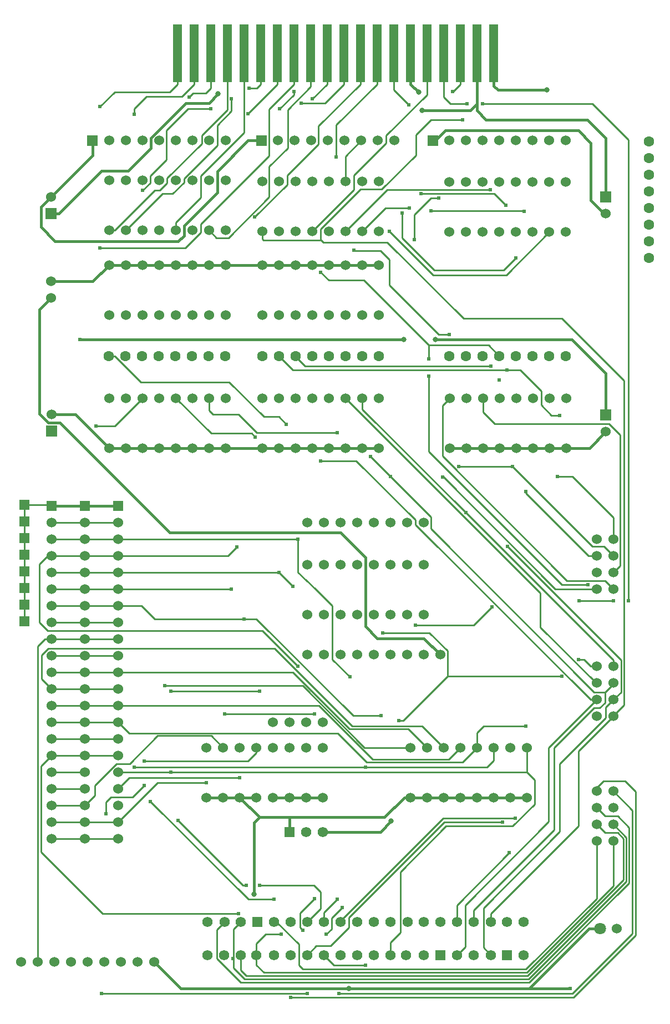
<source format=gbl>
G04 Layer: BottomLayer*
G04 EasyEDA v6.5.1, 2022-04-23 16:14:00*
G04 1ebaea4ae95649dd8011ffabadda3e85,10*
G04 Gerber Generator version 0.2*
G04 Scale: 100 percent, Rotated: No, Reflected: No *
G04 Dimensions in millimeters *
G04 leading zeros omitted , absolute positions ,4 integer and 5 decimal *
%FSLAX45Y45*%
%MOMM*%

%ADD11C,0.2500*%
%ADD12C,0.4000*%
%ADD13C,0.6100*%
%ADD14C,0.8000*%
%ADD15R,1.3970X8.8900*%
%ADD16C,1.6000*%
%ADD17R,1.6000X1.6000*%
%ADD19C,1.5240*%
%ADD20R,1.8000X1.8000*%
%ADD21C,1.5750*%
%ADD22R,1.5750X1.5750*%
%ADD23C,1.8000*%
%ADD24R,1.5748X1.5748*%
%ADD25C,1.5748*%

%LPD*%
D11*
X8254994Y-3187700D02*
G01*
X7601813Y-3840888D01*
X6482486Y-3840888D01*
X5816600Y-3175002D01*
X6734403Y-5721299D02*
G01*
X6623634Y-5832068D01*
X6623634Y-6607378D01*
X8525255Y-8509000D01*
X9105900Y-8509000D01*
X9232900Y-8636000D01*
D12*
X9118600Y-2933778D02*
G01*
X8890000Y-2705178D01*
X8890000Y-1828878D01*
X8699500Y-1638378D01*
X6667500Y-1638378D01*
X6515100Y-1790778D01*
X6477000Y-1790778D01*
X9118612Y-2679702D02*
G01*
X9115297Y-1749122D01*
X8839454Y-1473278D01*
X7289800Y-1473278D01*
X7150100Y-1333578D01*
X7150100Y-457278D01*
D11*
X8978900Y-10325102D02*
G01*
X8246115Y-11057887D01*
X8246115Y-12188266D01*
X6972294Y-13462081D01*
X6972294Y-14097081D01*
X6845294Y-14224081D01*
X7405877Y-11055174D02*
G01*
X7405877Y-11250500D01*
X7302500Y-11353878D01*
X5448300Y-11353878D01*
X3301994Y-13716081D02*
G01*
X3179831Y-13838250D01*
X3179831Y-14274116D01*
X3548888Y-14643181D01*
X7950194Y-14643181D01*
X9472929Y-13120451D01*
X9472929Y-12275393D01*
X9300463Y-12103181D01*
X9105978Y-12103181D01*
X8978900Y-11976102D01*
X2755900Y-1130378D02*
G01*
X2819400Y-1066878D01*
X3009821Y-1066878D01*
X3086100Y-990600D01*
X3086100Y-457278D01*
X5816600Y-3695778D02*
G01*
X5816600Y-3606624D01*
X5677661Y-3467940D01*
X5270500Y-3467940D01*
X6731000Y-4747592D02*
G01*
X6563868Y-4747592D01*
X5816600Y-4000578D01*
X5816600Y-3695778D01*
X4140200Y-1308102D02*
G01*
X4356094Y-1092207D01*
X4356094Y-1041400D01*
X3058921Y-3162378D02*
G01*
X3171697Y-3275154D01*
X3356102Y-3275154D01*
X3979925Y-2651330D01*
X3979925Y-2186764D01*
X4261865Y-1904570D01*
X4261865Y-1317830D01*
X4610100Y-969850D01*
X4610100Y-929210D01*
X1397000Y-3429078D02*
G01*
X2698750Y-3429078D01*
X2931921Y-3195906D01*
X2931921Y-3065604D01*
X3975100Y-2022426D01*
X3975100Y-1310210D01*
X4356100Y-929210D01*
X6197600Y-3302078D02*
G01*
X6197600Y-2921078D01*
X6451600Y-2667078D01*
X6565900Y-2667078D01*
X6007100Y-2895600D02*
G01*
X6007100Y-3276600D01*
X6502400Y-3771900D01*
X7556500Y-3771900D01*
X7747000Y-3581400D01*
X4378965Y-5079926D02*
G01*
X4531441Y-5232402D01*
X7366000Y-5232402D01*
X9232900Y-10566478D02*
G01*
X9394189Y-10405188D01*
X9394189Y-5457014D01*
X8445754Y-4508578D01*
X6946900Y-4508578D01*
X5784088Y-3345766D01*
X4809743Y-3345766D01*
X4764277Y-3300300D01*
X4764331Y-3313026D02*
G01*
X4764331Y-3145942D01*
X5374289Y-2535986D01*
X5698947Y-2535986D01*
X6222994Y-2011934D01*
X6222994Y-1701800D01*
X6451592Y-1473202D01*
X6934200Y-1473202D01*
X6870700Y-6769102D02*
G01*
X6870702Y-6769100D01*
X7696194Y-6769100D01*
X8913957Y-7986854D01*
X9091681Y-7986854D01*
X9232894Y-8128081D01*
X6413500Y-4927678D02*
G01*
X6413500Y-5122075D01*
X6413500Y-5385600D02*
G01*
X6413500Y-6540578D01*
X8445500Y-8572578D01*
X8842247Y-8572578D01*
X4764277Y-3799156D02*
G01*
X4889500Y-3924378D01*
X5422900Y-3924378D01*
X6413500Y-4914978D01*
X7327900Y-4914978D01*
X7493000Y-5080078D01*
X7239000Y-1231978D02*
G01*
X8915400Y-1231978D01*
X9461500Y-1778078D01*
X9461500Y-8813878D01*
X1533397Y-5079824D02*
G01*
X1625600Y-5079824D01*
X2023871Y-5478096D01*
X3370579Y-5478096D01*
X3899661Y-6007178D01*
X4127245Y-6006924D01*
X4241800Y-6121478D01*
D12*
X1788998Y-3689400D02*
G01*
X1534998Y-3689400D01*
X1538406Y-6483299D02*
G01*
X1024107Y-5969002D01*
X660400Y-5969002D01*
X7242403Y-6483299D02*
G01*
X6988403Y-6483299D01*
X6988403Y-6483299D02*
G01*
X6734403Y-6483299D01*
D11*
X7617203Y-7988094D02*
G01*
X9349488Y-9720374D01*
X9349488Y-10208514D01*
X9232900Y-10325102D01*
D12*
X1168400Y-7366000D02*
G01*
X1676397Y-7366000D01*
X1676400Y-7366002D01*
X7950273Y-14732002D02*
G01*
X8572500Y-14732002D01*
D11*
X241300Y-7353300D02*
G01*
X241300Y-9131300D01*
X660400Y-7366078D02*
G01*
X647621Y-7353300D01*
X241300Y-7353300D01*
X660400Y-8128078D02*
G01*
X596900Y-8128078D01*
X469900Y-8255078D01*
X469900Y-9144078D01*
X596900Y-9271078D01*
X3873500Y-9271078D01*
X4419600Y-9817178D01*
X5529579Y-6617286D02*
G01*
X5831718Y-6919424D01*
X5831718Y-6919424D02*
G01*
X6444995Y-7532702D01*
X6444995Y-7715074D01*
X8939529Y-10209608D01*
X9107170Y-10209608D01*
X660400Y-11176078D02*
G01*
X495300Y-11341178D01*
X495300Y-12649278D01*
X1435354Y-13589332D01*
X3507486Y-13589332D01*
X1676400Y-10668002D02*
G01*
X1844065Y-10835667D01*
X5029677Y-10835667D01*
X5469204Y-11275187D01*
X6931913Y-11275187D01*
X7151806Y-11055299D01*
D12*
X4040301Y-11817301D02*
G01*
X4802301Y-11817301D01*
D11*
X2070100Y-11633200D02*
G01*
X1892300Y-11811000D01*
X1562100Y-11811000D01*
X1485900Y-11887200D01*
X1485900Y-12065000D01*
X3786301Y-11055301D02*
G01*
X3786301Y-11136198D01*
X3657600Y-11264900D01*
X2070100Y-11264900D01*
X1168400Y-12446000D02*
G01*
X1168405Y-12446002D01*
X1676400Y-12446002D01*
X660400Y-12446078D02*
G01*
X1168400Y-12446078D01*
D12*
X3532301Y-11817301D02*
G01*
X3786301Y-11817301D01*
X3532301Y-11817299D02*
G01*
X3278301Y-11817299D01*
D11*
X660400Y-9398081D02*
G01*
X558800Y-9398081D01*
X444500Y-9512381D01*
X444500Y-14325602D01*
X8978900Y-8636000D02*
G01*
X8347379Y-8636000D01*
X6641287Y-6929907D01*
X6625081Y-6929907D01*
X6299194Y-2603500D02*
G01*
X7416797Y-2603500D01*
X7594600Y-2781302D01*
X6845294Y-13716000D02*
G01*
X6845294Y-13462007D01*
X7645400Y-12661902D01*
X6210325Y-9189034D02*
G01*
X7101281Y-9189034D01*
X7382230Y-8908084D01*
X7874000Y-2870202D02*
G01*
X7867342Y-2863545D01*
X6451246Y-2863545D01*
X4051300Y-13373102D02*
G01*
X3661491Y-13373102D01*
X2165073Y-11876681D01*
X3543300Y-13716000D02*
G01*
X3434461Y-13824839D01*
X3434461Y-14274901D01*
X3429000Y-14274802D02*
G01*
X3434367Y-14274802D01*
X3434463Y-14274899D01*
X2046406Y-5721299D02*
G01*
X1620903Y-6146802D01*
X1333500Y-6146802D01*
X3086100Y-457200D02*
G01*
X3086100Y-929259D01*
X2554401Y-5721299D02*
G01*
X3092272Y-6259169D01*
X3710939Y-6259169D01*
X3768979Y-6317208D01*
X3594100Y-457200D02*
G01*
X3594100Y-929259D01*
X4851400Y-13906502D02*
G01*
X4931229Y-13826672D01*
X4931229Y-13661572D01*
X5092694Y-13500100D01*
X4610100Y-457200D02*
G01*
X4610100Y-929259D01*
X3848094Y-929259D02*
G01*
X3786751Y-990602D01*
X3670300Y-990602D01*
X3848100Y-457200D02*
G01*
X3848100Y-929259D01*
X7607300Y-5295902D02*
G01*
X7811366Y-5295902D01*
X8131431Y-5615967D01*
X8131431Y-5826404D01*
X8289498Y-5984466D01*
X8416188Y-5984466D01*
X4125795Y-5079926D02*
G01*
X4341771Y-5295902D01*
X7607300Y-5295902D01*
X4764328Y-3313023D02*
G01*
X3890416Y-3313023D01*
X3875277Y-3297885D01*
X3873500Y-3175002D02*
G01*
X3873500Y-3296102D01*
X3875280Y-3297882D01*
X6896100Y-457200D02*
G01*
X6896100Y-929259D01*
X6388100Y-457200D02*
G01*
X6388100Y-929259D01*
X8978900Y-10325102D02*
G01*
X8884663Y-10325102D01*
X6210294Y-7650734D01*
X6210294Y-7582532D01*
X5307962Y-6680200D01*
X4762494Y-6680200D01*
X9232900Y-10071102D02*
G01*
X9232900Y-10083807D01*
X9107048Y-10209659D01*
X5143500Y-3175002D02*
G01*
X5778502Y-2540000D01*
X7353294Y-2540000D01*
X5148605Y-5721299D02*
G01*
X8120255Y-8692944D01*
X8120255Y-9219082D01*
X8972275Y-10071102D01*
X8978900Y-10071102D01*
X5880094Y-929259D02*
G01*
X5880094Y-1015997D01*
X6108700Y-1244602D01*
X5880100Y-457200D02*
G01*
X5880100Y-929259D01*
X5397500Y-3175002D02*
G01*
X5753102Y-2819400D01*
X6121394Y-2819400D01*
X5402605Y-5721299D02*
G01*
X5402605Y-5890107D01*
X6980859Y-7468362D01*
X9232900Y-9817102D02*
G01*
X9232900Y-9720397D01*
X6980864Y-7468362D01*
X6700398Y-9969705D02*
G01*
X6027501Y-10642602D01*
X5956300Y-10642602D01*
X5714238Y-9302496D02*
G01*
X6422542Y-9302496D01*
X6700393Y-9580346D01*
X6700393Y-9969703D01*
X6700393Y-9969703D02*
G01*
X8444280Y-9969703D01*
X8978900Y-9817102D02*
G01*
X8887838Y-9817102D01*
X8887835Y-9817100D01*
X8700490Y-9713493D02*
G01*
X8784234Y-9713493D01*
X8887840Y-9817100D01*
X5626100Y-457200D02*
G01*
X5626100Y-929259D01*
X5003800Y-2044702D02*
G01*
X5003794Y-2044697D01*
X5003794Y-1551559D01*
X5626094Y-929259D01*
X5143500Y-2413002D02*
G01*
X5143500Y-2031994D01*
X5384794Y-1790700D01*
X7150100Y-457200D02*
G01*
X7150100Y-929259D01*
D12*
X6389801Y-11817299D02*
G01*
X6135801Y-11817299D01*
X3278301Y-11817299D02*
G01*
X3024301Y-11817299D01*
X6643801Y-11817299D02*
G01*
X6389801Y-11817299D01*
X6897801Y-11817299D02*
G01*
X6643801Y-11817299D01*
X7151801Y-11817299D02*
G01*
X6897801Y-11817299D01*
X7405801Y-11817299D02*
G01*
X7151801Y-11817299D01*
X7659801Y-11817299D02*
G01*
X7405801Y-11817299D01*
D11*
X3759194Y-11430000D02*
G01*
X1676402Y-11430000D01*
X1676400Y-11430002D01*
X7913806Y-11430000D02*
G01*
X3759200Y-11430000D01*
X3759200Y-11430002D01*
X5372100Y-457200D02*
G01*
X5372100Y-929259D01*
X3759200Y-2959102D02*
G01*
X3760396Y-2959102D01*
X4256255Y-2463241D01*
X4256255Y-2324199D01*
X4730495Y-1849958D01*
X4730495Y-1570863D01*
X5372094Y-929259D01*
X7913801Y-11055299D02*
G01*
X7913801Y-11430000D01*
X1168400Y-11430002D02*
G01*
X660400Y-11430002D01*
X660400Y-11430000D01*
X4102100Y-929259D02*
G01*
X3653764Y-1377594D01*
X4102100Y-457200D02*
G01*
X4102100Y-929259D01*
X660400Y-11176000D02*
G01*
X1168400Y-11176000D01*
X1168400Y-11176002D01*
X1168400Y-11176000D02*
G01*
X1676397Y-11176000D01*
X1676400Y-11176002D01*
X1168400Y-9906000D02*
G01*
X1676397Y-9906000D01*
X1676400Y-9906002D01*
X660400Y-9906000D02*
G01*
X1168400Y-9906000D01*
X1168400Y-9906002D01*
X6135806Y-11055299D02*
G01*
X5436240Y-11055299D01*
X4490143Y-10109202D01*
X2387600Y-10109202D01*
X1168400Y-9652000D02*
G01*
X1676397Y-9652000D01*
X1676400Y-9652002D01*
X660400Y-9652000D02*
G01*
X1168400Y-9652000D01*
X1168400Y-9652002D01*
X4356100Y-457200D02*
G01*
X4356100Y-929259D01*
X1168400Y-10922000D02*
G01*
X1676397Y-10922000D01*
X1676400Y-10922002D01*
X660400Y-10922000D02*
G01*
X1168400Y-10922000D01*
X1168400Y-10922002D01*
X1168400Y-10668000D02*
G01*
X1676397Y-10668000D01*
X1676400Y-10668002D01*
X660400Y-10668000D02*
G01*
X1168400Y-10668000D01*
X1168400Y-10668002D01*
X6643801Y-11055299D02*
G01*
X6317106Y-10728604D01*
X5247360Y-10728604D01*
X4061079Y-9542322D01*
X608482Y-9542322D01*
X506399Y-9644405D01*
X506399Y-10005999D01*
X660400Y-10160000D01*
X2578094Y-929259D02*
G01*
X2460658Y-1046708D01*
X1620293Y-1046708D01*
X1397000Y-1270002D01*
X2578100Y-457200D02*
G01*
X2578100Y-929259D01*
X1168400Y-10160000D02*
G01*
X1676397Y-10160000D01*
X1676400Y-10160002D01*
X660400Y-10160000D02*
G01*
X1168400Y-10160000D01*
X1168400Y-10160002D01*
X2832100Y-457200D02*
G01*
X2832100Y-929259D01*
X1168400Y-10414000D02*
G01*
X1676397Y-10414000D01*
X1676400Y-10414002D01*
X660400Y-10414000D02*
G01*
X1168400Y-10414000D01*
X1168400Y-10414002D01*
X3278377Y-11055174D02*
G01*
X3099054Y-10875850D01*
X2275077Y-10875850D01*
X1847850Y-11303078D01*
X1651000Y-11303078D01*
X1318513Y-11635564D01*
X1318513Y-11787964D01*
X1168400Y-11938078D01*
X1168400Y-11938002D02*
G01*
X660400Y-11938002D01*
X660400Y-11938000D01*
X3022594Y-11595100D02*
G01*
X2273302Y-11595100D01*
X1676400Y-12192002D01*
X660400Y-12192000D02*
G01*
X1168400Y-12192000D01*
X1168400Y-12192002D01*
X1168400Y-12192000D02*
G01*
X1676397Y-12192000D01*
X1676400Y-12192002D01*
X1168400Y-11684002D02*
G01*
X660400Y-11684002D01*
X660400Y-11684000D01*
X5118100Y-457200D02*
G01*
X5118100Y-929259D01*
X5118094Y-929259D02*
G01*
X4828151Y-1219202D01*
X4470400Y-1219202D01*
X1168400Y-8890000D02*
G01*
X1676397Y-8890000D01*
X1676400Y-8890002D01*
X660400Y-8890000D02*
G01*
X1168400Y-8890000D01*
X1168400Y-8890002D01*
X4864100Y-457200D02*
G01*
X4864100Y-929259D01*
X1168400Y-7874000D02*
G01*
X1676397Y-7874000D01*
X1676400Y-7874002D01*
X660400Y-7874000D02*
G01*
X1168400Y-7874000D01*
X1168400Y-7874002D01*
X1676400Y-8382002D02*
G01*
X4127492Y-8382002D01*
X4127494Y-8382000D01*
X1168400Y-8382000D02*
G01*
X1676397Y-8382000D01*
X1676400Y-8382002D01*
X5016500Y-13373102D02*
G01*
X4813294Y-13576307D01*
X4813294Y-13716000D01*
X660400Y-8382000D02*
G01*
X1168400Y-8382000D01*
X1168400Y-8382002D01*
X1676400Y-8636002D02*
G01*
X3403592Y-8636002D01*
X3403594Y-8636000D01*
X1168400Y-8636000D02*
G01*
X1676397Y-8636000D01*
X1676400Y-8636002D01*
X660400Y-8636000D02*
G01*
X1168400Y-8636000D01*
X1168400Y-8636002D01*
X1676400Y-8128002D02*
G01*
X3353274Y-8128002D01*
X3484397Y-7996882D01*
X1168400Y-8128000D02*
G01*
X1676397Y-8128000D01*
X1676400Y-8128002D01*
X660400Y-8128000D02*
G01*
X1168400Y-8128000D01*
X1168400Y-8128002D01*
X1168400Y-7620000D02*
G01*
X1676397Y-7620000D01*
X1676400Y-7620002D01*
X660400Y-7620000D02*
G01*
X1168400Y-7620000D01*
X1168400Y-7620002D01*
D12*
X3312998Y-3689400D02*
G01*
X3317951Y-3694353D01*
X3870248Y-3694353D01*
X3875201Y-3689400D01*
X5399201Y-3689400D02*
G01*
X5653201Y-3689400D01*
X5145201Y-3689400D02*
G01*
X5399201Y-3689400D01*
X4891201Y-3689400D02*
G01*
X5145201Y-3689400D01*
X4383201Y-3689400D02*
G01*
X4637201Y-3689400D01*
X4129201Y-3689400D02*
G01*
X4383201Y-3689400D01*
X3875201Y-3689400D02*
G01*
X4129201Y-3689400D01*
X3058998Y-3689400D02*
G01*
X3312998Y-3689400D01*
X2804998Y-3689400D02*
G01*
X3058998Y-3689400D01*
X2550998Y-3689400D02*
G01*
X2804998Y-3689400D01*
X2296998Y-3689400D02*
G01*
X2550998Y-3689400D01*
X2042998Y-3689400D02*
G01*
X2296998Y-3689400D01*
X1788998Y-3689400D02*
G01*
X2042998Y-3689400D01*
X1792401Y-6483299D02*
G01*
X1538401Y-6483299D01*
X4132605Y-6483299D02*
G01*
X3878605Y-6483299D01*
X4386605Y-6483299D02*
G01*
X4132605Y-6483299D01*
X4640605Y-6483299D02*
G01*
X4386605Y-6483299D01*
X4894605Y-6483299D02*
G01*
X4640605Y-6483299D01*
X5148605Y-6483299D02*
G01*
X4894605Y-6483299D01*
X5402605Y-6483299D02*
G01*
X5148605Y-6483299D01*
X5656605Y-6483299D02*
G01*
X5402605Y-6483299D01*
X3316401Y-6483299D02*
G01*
X3878605Y-6483299D01*
X3062401Y-6483299D02*
G01*
X3316401Y-6483299D01*
X2046401Y-6483299D02*
G01*
X1792401Y-6483299D01*
X2300401Y-6483299D02*
G01*
X2046401Y-6483299D01*
X2554401Y-6483299D02*
G01*
X2300401Y-6483299D01*
X2808401Y-6483299D02*
G01*
X2554401Y-6483299D01*
X3062401Y-6483299D02*
G01*
X2808401Y-6483299D01*
X8512403Y-6483299D02*
G01*
X8867597Y-6483299D01*
X9115196Y-6235700D01*
X8258403Y-6483299D02*
G01*
X8512403Y-6483299D01*
X7496403Y-6483299D02*
G01*
X7242403Y-6483299D01*
X7750403Y-6483299D02*
G01*
X7496403Y-6483299D01*
X8004403Y-6483299D02*
G01*
X7750403Y-6483299D01*
X8258403Y-6483299D02*
G01*
X8004403Y-6483299D01*
D11*
X1168400Y-9144000D02*
G01*
X1676397Y-9144000D01*
X1676400Y-9144002D01*
X660400Y-9144000D02*
G01*
X1168400Y-9144000D01*
X1168400Y-9144002D01*
X1168400Y-9398000D02*
G01*
X1676397Y-9398000D01*
X1676400Y-9398002D01*
X660400Y-9398000D02*
G01*
X1168400Y-9398000D01*
X1168400Y-9398002D01*
X1676400Y-11684002D02*
G01*
X1841502Y-11518900D01*
X3530594Y-11518900D01*
X2590800Y-12166602D02*
G01*
X3581397Y-13157200D01*
X3632194Y-13157200D01*
X4559294Y-13716000D02*
G01*
X4762494Y-13512800D01*
X4762494Y-13258800D01*
X4660897Y-13157202D01*
X3835400Y-13157202D01*
X9232900Y-11722102D02*
G01*
X9522736Y-12011939D01*
X9522736Y-13896063D01*
X8610594Y-14808200D01*
X5041894Y-14808200D01*
X8978900Y-12484102D02*
G01*
X8978900Y-13360476D01*
X7899394Y-14439981D01*
X4495794Y-14439981D01*
X4432294Y-14376481D01*
X4432294Y-14058981D01*
X4089394Y-13716081D01*
X4051294Y-13716081D01*
X4165600Y-13906502D02*
G01*
X3924292Y-13906502D01*
X3784594Y-14046200D01*
X3784594Y-14224000D01*
X4559294Y-14808200D02*
G01*
X1422402Y-14808200D01*
X1422400Y-14808202D01*
X4813294Y-14224081D02*
G01*
X4965616Y-14376402D01*
X5448300Y-14376402D01*
X7543800Y-12192002D02*
G01*
X6654873Y-12192002D01*
X5194294Y-13652581D01*
X5194294Y-13804981D01*
X4914894Y-14084381D01*
X4698994Y-14084381D01*
X4559294Y-14224081D01*
X5067300Y-13716078D02*
G01*
X5067300Y-13703378D01*
X6636765Y-12133912D01*
X7735061Y-12133912D01*
X7913877Y-11430078D02*
G01*
X8029702Y-11545902D01*
X8029702Y-11923092D01*
X7697215Y-12255578D01*
X6680200Y-12255578D01*
X5981700Y-12954078D01*
X5981700Y-13881178D01*
X5829300Y-14033578D01*
X5829300Y-14224078D01*
X6896094Y-929259D02*
G01*
X6783951Y-1041402D01*
X6781800Y-1041402D01*
X6642094Y-457200D02*
G01*
X6642094Y-1130300D01*
X6743697Y-1231902D01*
X6997700Y-1231902D01*
X7151801Y-11055299D02*
G01*
X7150100Y-11053597D01*
X7150100Y-10833100D01*
X7251700Y-10731500D01*
X7901028Y-10731500D01*
X3835400Y-10198102D02*
G01*
X2476497Y-10198102D01*
X2476494Y-10198100D01*
X8978900Y-11722102D02*
G01*
X8978900Y-11671294D01*
X9080494Y-11569700D01*
X9410694Y-11569700D01*
X9571987Y-11730992D01*
X9571987Y-13923088D01*
X8623368Y-14871700D01*
X4305294Y-14871700D01*
X1534159Y-3162376D02*
G01*
X1534921Y-3162378D01*
X1534921Y-3162378D02*
G01*
X1627123Y-3162378D01*
X2236723Y-2552778D01*
X2311400Y-2552778D01*
X2423159Y-2441018D01*
X2423159Y-2362786D01*
X2948939Y-1837006D01*
X2948939Y-1714070D01*
X3340100Y-1323672D01*
X3340100Y-457278D01*
X2044694Y-2552700D02*
G01*
X2169165Y-2435174D01*
X2169165Y-2325700D01*
X2412994Y-2081862D01*
X2412994Y-1638305D01*
X2743197Y-1308102D01*
X3086100Y-1308102D01*
X9232894Y-7874081D02*
G01*
X9232894Y-7543881D01*
X8610516Y-6921502D01*
X8382000Y-6921502D01*
X8978894Y-8128000D02*
G01*
X8851894Y-8128000D01*
X7899400Y-7175505D01*
X7899400Y-7150102D01*
X4635500Y-1155702D02*
G01*
X4861943Y-929259D01*
X4864094Y-929259D01*
X1788921Y-3162373D02*
G01*
X2348491Y-2602811D01*
X2505021Y-2602811D01*
X2677921Y-2429916D01*
X2677921Y-2368958D01*
X3187694Y-1859178D01*
X3187694Y-1557479D01*
X3403600Y-1341574D01*
X3403600Y-1155702D01*
D12*
X7404094Y-929208D02*
G01*
X7404839Y-954659D01*
X7470000Y-1016081D01*
X8216821Y-1016081D01*
X8216900Y-1016002D01*
X5194294Y-14732000D02*
G01*
X2628897Y-14732000D01*
X2222500Y-14325602D01*
X9029694Y-13817600D02*
G01*
X8864594Y-13817681D01*
X7950273Y-14732002D01*
X5194300Y-14732002D01*
X4800600Y-12344402D02*
G01*
X5676892Y-12344402D01*
X5841994Y-12179300D01*
X6591300Y-9639378D02*
G01*
X6338823Y-9386902D01*
X5627623Y-9386902D01*
X5448300Y-9207578D01*
X5448300Y-8153478D01*
X5067300Y-7772478D01*
X2463291Y-7772478D01*
X786892Y-6096078D01*
X607821Y-6096078D01*
X469900Y-5958156D01*
X469900Y-4368878D01*
X647700Y-4191078D01*
X7913801Y-11817299D02*
G01*
X7659801Y-11817299D01*
X4059427Y-12115370D02*
G01*
X5740907Y-12115370D01*
X6038850Y-11817174D01*
X6135877Y-11817174D01*
X4292600Y-12344402D02*
G01*
X4292600Y-12128060D01*
X4305294Y-12115365D01*
X3532301Y-11817299D02*
G01*
X3830370Y-12115368D01*
X4059402Y-12115368D01*
X3830373Y-12115365D02*
G01*
X3746500Y-12199239D01*
X3746500Y-13296902D01*
X660400Y-7366000D02*
G01*
X1168400Y-7366000D01*
X1168400Y-7366002D01*
X765251Y-2901899D02*
G01*
X647700Y-2901899D01*
X765301Y-2901774D02*
G01*
X1418081Y-2248994D01*
X1827784Y-2248994D01*
X2171700Y-1905078D01*
X2171700Y-1752678D01*
X2705100Y-1219278D01*
X3060700Y-1219278D01*
X3200400Y-1079578D01*
X1282700Y-1790700D02*
G01*
X1282700Y-2012899D01*
X647700Y-2647899D01*
D11*
X3594100Y-929210D02*
G01*
X3594100Y-1665556D01*
X2931921Y-2327734D01*
X2931921Y-2656156D01*
X2550921Y-3037156D01*
X2550921Y-3162378D01*
D12*
X647700Y-2647774D02*
G01*
X495300Y-2800174D01*
X495300Y-3111578D01*
X711200Y-3327478D01*
X2590800Y-3327478D01*
X2677921Y-3240356D01*
X2677921Y-3087956D01*
X3185921Y-2579956D01*
X3185921Y-2262456D01*
X3657600Y-1790778D01*
X3753104Y-1790778D01*
X3860800Y-1790700D02*
G01*
X3753230Y-1790700D01*
X1092200Y-4826000D02*
G01*
X6032500Y-4826000D01*
X6515100Y-4826002D02*
G01*
X8598077Y-4826002D01*
X9115295Y-5343220D01*
X9115295Y-5981781D01*
X6311900Y-1333578D02*
G01*
X7048500Y-1333578D01*
X7150100Y-1231978D01*
X7150100Y-457278D01*
X7404100Y-457200D02*
G01*
X7404100Y-929259D01*
X6261100Y-1054102D02*
G01*
X6136256Y-929259D01*
X6134094Y-929259D01*
X6134100Y-457200D02*
G01*
X6134100Y-929259D01*
D11*
X4635500Y-3175002D02*
G01*
X5272280Y-2538222D01*
X5272280Y-2322908D01*
X5765794Y-1829389D01*
X5765794Y-1714581D01*
X6388094Y-1092281D01*
X6388094Y-929208D01*
X2832100Y-929210D02*
G01*
X2643631Y-1117678D01*
X2108200Y-1117678D01*
X1919477Y-1306400D01*
X1919477Y-1385140D01*
X7242302Y-5721174D02*
G01*
X7242302Y-5934280D01*
X7424420Y-6116144D01*
X9166605Y-6116144D01*
X9336786Y-6286324D01*
X9336786Y-8278192D01*
X9232900Y-8382078D01*
D12*
X647700Y-3937000D02*
G01*
X1287398Y-3937000D01*
X1534998Y-3689400D01*
X4637201Y-3689400D02*
G01*
X4891201Y-3689400D01*
D11*
X5686297Y-10569526D02*
G01*
X5261102Y-10569526D01*
X3784600Y-9093278D01*
X3594100Y-9093278D01*
X3594094Y-9093281D02*
G01*
X2235194Y-9093281D01*
X2031916Y-8890002D01*
X1676400Y-8890002D01*
X5448294Y-11353800D02*
G01*
X1917700Y-11353800D01*
X1917700Y-11353802D01*
X8712200Y-8813800D02*
G01*
X9232900Y-8813800D01*
X9232900Y-10579102D02*
G01*
X8704331Y-11107671D01*
X8704331Y-12250750D01*
X7365994Y-13589081D01*
X7365994Y-13716081D01*
X9107170Y-10209608D02*
G01*
X9107170Y-10369628D01*
X9024620Y-10452178D01*
X8940800Y-10452178D01*
X8331200Y-11061778D01*
X8331200Y-12310442D01*
X7099300Y-13542342D01*
X7099300Y-13716078D01*
X7365994Y-14224081D02*
G01*
X7249413Y-14107238D01*
X7249413Y-13502462D01*
X8414252Y-12337366D01*
X8414252Y-11307142D01*
X9118594Y-10602800D01*
X9118594Y-10439407D01*
X9232900Y-10325102D01*
X4343394Y-8597900D02*
G01*
X4127500Y-8382005D01*
X4127500Y-8382002D01*
X6389806Y-11055299D02*
G01*
X6103261Y-10768761D01*
X5206486Y-10768761D01*
X4343725Y-9906002D01*
X1676400Y-9906002D01*
X3862781Y-7874000D02*
G01*
X4419600Y-7874000D01*
X3862829Y-7874081D02*
G01*
X3862750Y-7874002D01*
X1676400Y-7874002D01*
X4419600Y-7874078D02*
G01*
X4419600Y-8382000D01*
X5209793Y-9977960D02*
G01*
X4940300Y-9708466D01*
X4940300Y-8890078D01*
X4680204Y-8629982D01*
X4419600Y-8382078D01*
X6897880Y-11055177D02*
G01*
X6718802Y-11234247D01*
X5558279Y-11234247D01*
X4738110Y-10414081D01*
X1676400Y-10414081D01*
X1676400Y-10414002D01*
X4493361Y-13843000D02*
G01*
X4451908Y-13801547D01*
X4451908Y-13580110D01*
X4673320Y-13358698D01*
X3302000Y-10541002D02*
G01*
X4673594Y-10541002D01*
X4673594Y-10541000D01*
X3062406Y-5721299D02*
G01*
X3062406Y-5907204D01*
X3124207Y-5969000D01*
X3507315Y-5969000D01*
X3786718Y-6248402D01*
X5016500Y-6248402D01*
X3434588Y-14274881D02*
G01*
X3434588Y-14419912D01*
X3606794Y-14592381D01*
X7937494Y-14592381D01*
X9432287Y-13097334D01*
X9432287Y-12429490D01*
X9232900Y-12230102D01*
X3543294Y-14224081D02*
G01*
X3543294Y-14452681D01*
X3632194Y-14541581D01*
X7924545Y-14541581D01*
X9389623Y-13076504D01*
X9389623Y-12446843D01*
X9299953Y-12357181D01*
X9105978Y-12357181D01*
X8978900Y-12230102D01*
X3784594Y-14224081D02*
G01*
X3784594Y-14376481D01*
X3898894Y-14490781D01*
X7912094Y-14490781D01*
X9232900Y-13169976D01*
X9232900Y-12484102D01*
D15*
G01*
X7404100Y-457278D03*
G01*
X7150100Y-457278D03*
G01*
X6896100Y-457278D03*
G01*
X6642100Y-457278D03*
G01*
X6388100Y-457278D03*
G01*
X6134100Y-457278D03*
G01*
X5880100Y-457278D03*
G01*
X5626100Y-457278D03*
G01*
X5372100Y-457278D03*
G01*
X5118100Y-457278D03*
G01*
X4864100Y-457278D03*
G01*
X4610100Y-457278D03*
G01*
X4356100Y-457278D03*
G01*
X4102100Y-457278D03*
G01*
X3848100Y-457278D03*
G01*
X3594100Y-457278D03*
G01*
X3340100Y-457278D03*
G01*
X3086100Y-457278D03*
G01*
X2832100Y-457278D03*
G01*
X2578100Y-457278D03*
D16*
G01*
X9779000Y-3581400D03*
G01*
X9779000Y-3327400D03*
G01*
X9779000Y-3073400D03*
G01*
X9779000Y-2819400D03*
G01*
X9779000Y-2565400D03*
G01*
X9779000Y-2311400D03*
G01*
X9779000Y-2057400D03*
G01*
X9779000Y-1803400D03*
D17*
G01*
X241300Y-9131300D03*
G01*
X241300Y-8877300D03*
G01*
X241300Y-8623300D03*
G01*
X241300Y-8369300D03*
G01*
X241300Y-8115300D03*
G01*
X241300Y-7861300D03*
G01*
X241300Y-7607300D03*
G01*
X241300Y-7353300D03*
G36*
X1092200Y-7289800D02*
G01*
X1244600Y-7289800D01*
X1244600Y-7442200D01*
X1092200Y-7442200D01*
G37*
D19*
G01*
X1168400Y-7620000D03*
G01*
X1168400Y-7874000D03*
G01*
X1168400Y-8128000D03*
G01*
X1168400Y-8382000D03*
G01*
X1168400Y-8636000D03*
G01*
X1168400Y-8890000D03*
G01*
X1168400Y-9144000D03*
G01*
X1168400Y-9398000D03*
G01*
X1168400Y-9652000D03*
G01*
X1168400Y-9906000D03*
G01*
X1168400Y-10160000D03*
G01*
X1168400Y-10414000D03*
G01*
X1168400Y-10668000D03*
G01*
X1168400Y-10922000D03*
G01*
X1168400Y-11176000D03*
G01*
X1168400Y-11430000D03*
G01*
X1168400Y-11684000D03*
G01*
X1168400Y-11938000D03*
G01*
X1168400Y-12192000D03*
G01*
X1168400Y-12446000D03*
G36*
X584200Y-7289878D02*
G01*
X736600Y-7289878D01*
X736600Y-7442278D01*
X584200Y-7442278D01*
G37*
G01*
X660400Y-7620078D03*
G01*
X660400Y-7874078D03*
G01*
X660400Y-8128078D03*
G01*
X660400Y-8382078D03*
G01*
X660400Y-8636078D03*
G01*
X660400Y-8890078D03*
G01*
X660400Y-9144078D03*
G01*
X660400Y-9398078D03*
G01*
X660400Y-9652078D03*
G01*
X660400Y-9906078D03*
G01*
X660400Y-10160078D03*
G01*
X660400Y-10414078D03*
G01*
X660400Y-10668078D03*
G01*
X660400Y-10922078D03*
G01*
X660400Y-11176078D03*
G01*
X660400Y-11430078D03*
G01*
X660400Y-11684078D03*
G01*
X660400Y-11938078D03*
G01*
X660400Y-12192078D03*
G01*
X660400Y-12446078D03*
G36*
X1600200Y-7289800D02*
G01*
X1752600Y-7289800D01*
X1752600Y-7442200D01*
X1600200Y-7442200D01*
G37*
G01*
X1676400Y-7620000D03*
G01*
X1676400Y-7874000D03*
G01*
X1676400Y-8128000D03*
G01*
X1676400Y-8382000D03*
G01*
X1676400Y-8636000D03*
G01*
X1676400Y-8890000D03*
G01*
X1676400Y-9144000D03*
G01*
X1676400Y-9398000D03*
G01*
X1676400Y-9652000D03*
G01*
X1676400Y-9906000D03*
G01*
X1676400Y-10160000D03*
G01*
X1676400Y-10414000D03*
G01*
X1676400Y-10668000D03*
G01*
X1676400Y-10922000D03*
G01*
X1676400Y-11176000D03*
G01*
X1676400Y-11430000D03*
G01*
X1676400Y-11684000D03*
G01*
X1676400Y-11938000D03*
G01*
X1676400Y-12192000D03*
G01*
X1676400Y-12446000D03*
G01*
X2222500Y-14325600D03*
G01*
X1968500Y-14325600D03*
G01*
X1714500Y-14325600D03*
G01*
X1460500Y-14325600D03*
G01*
X1206500Y-14325600D03*
G01*
X952500Y-14325600D03*
G01*
X698500Y-14325600D03*
G01*
X444500Y-14325600D03*
G01*
X190500Y-14325600D03*
G01*
X4038600Y-10668078D03*
G01*
X4292600Y-10668078D03*
G01*
X4546600Y-10668078D03*
G01*
X4800600Y-10668078D03*
G01*
X6985000Y-3187700D03*
G01*
X6731000Y-3187700D03*
G01*
X7239000Y-3187700D03*
G01*
X7493000Y-3187700D03*
G01*
X8509000Y-2425700D03*
G01*
X8255000Y-2425700D03*
G01*
X7747000Y-3187700D03*
G01*
X8001000Y-3187700D03*
G01*
X8255000Y-3187700D03*
G01*
X8509000Y-3187700D03*
G01*
X8001000Y-2425700D03*
G01*
X7747000Y-2425700D03*
G01*
X7493000Y-2425700D03*
G01*
X7239000Y-2425700D03*
G01*
X6985000Y-2425700D03*
G01*
X6731000Y-2425700D03*
G01*
X1788921Y-3162378D03*
G01*
X1534921Y-3162378D03*
G01*
X2042921Y-3162378D03*
G01*
X2296921Y-3162378D03*
G01*
X3312921Y-2400378D03*
G01*
X3058921Y-2400378D03*
G01*
X2550921Y-3162378D03*
G01*
X2804921Y-3162378D03*
G01*
X3058921Y-3162378D03*
G01*
X3312921Y-3162378D03*
G01*
X2804921Y-2400378D03*
G01*
X2550921Y-2400378D03*
G01*
X2296921Y-2400378D03*
G01*
X2042921Y-2400378D03*
G01*
X1788921Y-2400378D03*
G01*
X1534921Y-2400378D03*
G01*
X4127500Y-3175000D03*
G01*
X3873500Y-3175000D03*
G01*
X4381500Y-3175000D03*
G01*
X4635500Y-3175000D03*
G01*
X5651500Y-2413000D03*
G01*
X5397500Y-2413000D03*
G01*
X4889500Y-3175000D03*
G01*
X5143500Y-3175000D03*
G01*
X5397500Y-3175000D03*
G01*
X5651500Y-3175000D03*
G01*
X5143500Y-2413000D03*
G01*
X4889500Y-2413000D03*
G01*
X4635500Y-2413000D03*
G01*
X4381500Y-2413000D03*
G01*
X4127500Y-2413000D03*
G01*
X3873500Y-2413000D03*
G01*
X4813300Y-9029702D03*
G01*
X4559300Y-9029702D03*
G01*
X5067300Y-9029702D03*
G01*
X5321300Y-9029702D03*
G01*
X6337300Y-8267702D03*
G01*
X6083300Y-8267702D03*
G01*
X5575300Y-9029702D03*
G01*
X5829300Y-9029702D03*
G01*
X6083300Y-9029702D03*
G01*
X6337300Y-9029702D03*
G01*
X5829300Y-8267702D03*
G01*
X5575300Y-8267702D03*
G01*
X5321300Y-8267702D03*
G01*
X5067300Y-8267702D03*
G01*
X4813300Y-8267702D03*
G01*
X4559300Y-8267702D03*
G01*
X9118612Y-2901901D03*
D20*
G01*
X9118612Y-2647901D03*
D19*
G01*
X647700Y-2647901D03*
D20*
G01*
X647700Y-2901901D03*
D19*
G01*
X6591300Y-9639302D03*
G01*
X6337300Y-9639302D03*
G01*
X6083300Y-9639302D03*
G01*
X5829300Y-9639302D03*
G01*
X5575300Y-9639302D03*
G01*
X5321300Y-9639302D03*
G01*
X5067300Y-9639302D03*
G01*
X4813300Y-9639302D03*
G01*
X4559300Y-9639302D03*
G36*
X6397000Y-1710700D02*
G01*
X6556999Y-1710700D01*
X6556999Y-1870699D01*
X6397000Y-1870699D01*
G37*
G01*
X6731000Y-1790702D03*
G01*
X6985000Y-1790702D03*
G01*
X7239000Y-1790702D03*
G01*
X7493000Y-1790702D03*
G01*
X7747000Y-1790702D03*
G01*
X8001000Y-1790702D03*
G01*
X8255000Y-1790702D03*
G01*
X8509000Y-1790702D03*
G36*
X1202700Y-1710700D02*
G01*
X1362699Y-1710700D01*
X1362699Y-1870699D01*
X1202700Y-1870699D01*
G37*
G01*
X1536700Y-1790702D03*
G01*
X1790700Y-1790702D03*
G01*
X2044700Y-1790702D03*
G01*
X2298700Y-1790702D03*
G01*
X2552700Y-1790702D03*
G01*
X2806700Y-1790702D03*
G01*
X3060700Y-1790702D03*
G01*
X3314700Y-1790702D03*
G36*
X3780800Y-1710700D02*
G01*
X3940799Y-1710700D01*
X3940799Y-1870699D01*
X3780800Y-1870699D01*
G37*
G01*
X4114800Y-1790702D03*
G01*
X4368800Y-1790702D03*
G01*
X4622800Y-1790702D03*
G01*
X4876800Y-1790702D03*
G01*
X5130800Y-1790702D03*
G01*
X5384800Y-1790702D03*
G01*
X5638800Y-1790702D03*
G01*
X5892800Y-1790702D03*
G01*
X7913801Y-11055301D03*
G01*
X7659801Y-11055301D03*
G01*
X6389801Y-11055301D03*
G01*
X6135801Y-11055301D03*
G01*
X7405801Y-11055301D03*
G01*
X7151801Y-11055301D03*
G01*
X6643801Y-11055301D03*
G01*
X6897801Y-11055301D03*
G01*
X6135801Y-11817301D03*
G01*
X6389801Y-11817301D03*
G01*
X6643801Y-11817301D03*
G01*
X6897801Y-11817301D03*
G01*
X7151801Y-11817301D03*
G01*
X7405801Y-11817301D03*
G01*
X7659801Y-11817301D03*
G01*
X7913801Y-11817301D03*
G01*
X4802301Y-11055301D03*
G01*
X4548301Y-11055301D03*
G01*
X3278301Y-11055301D03*
G01*
X3024301Y-11055301D03*
G01*
X4294301Y-11055301D03*
G01*
X4040301Y-11055301D03*
G01*
X3532301Y-11055301D03*
G01*
X3786301Y-11055301D03*
G01*
X3024301Y-11817301D03*
G01*
X3278301Y-11817301D03*
G01*
X3532301Y-11817301D03*
G01*
X3786301Y-11817301D03*
G01*
X4040301Y-11817301D03*
G01*
X4294301Y-11817301D03*
G01*
X4548301Y-11817301D03*
G01*
X4802301Y-11817301D03*
G01*
X1534998Y-4451403D03*
G01*
X1788998Y-4451403D03*
G01*
X3058998Y-4451403D03*
G01*
X3312998Y-4451403D03*
G01*
X2042998Y-4451403D03*
G01*
X2296998Y-4451403D03*
G01*
X2804998Y-4451403D03*
G01*
X2550998Y-4451403D03*
G01*
X3312998Y-3689403D03*
G01*
X3058998Y-3689403D03*
G01*
X2804998Y-3689403D03*
G01*
X2550998Y-3689403D03*
G01*
X2296998Y-3689403D03*
G01*
X2042998Y-3689403D03*
G01*
X1788998Y-3689403D03*
G01*
X1534998Y-3689403D03*
G01*
X3875201Y-4451403D03*
G01*
X4129201Y-4451403D03*
G01*
X5399201Y-4451403D03*
G01*
X5653201Y-4451403D03*
G01*
X4383201Y-4451403D03*
G01*
X4637201Y-4451403D03*
G01*
X5145201Y-4451403D03*
G01*
X4891201Y-4451403D03*
G01*
X5653201Y-3689403D03*
G01*
X5399201Y-3689403D03*
G01*
X5145201Y-3689403D03*
G01*
X4891201Y-3689403D03*
G01*
X4637201Y-3689403D03*
G01*
X4383201Y-3689403D03*
G01*
X4129201Y-3689403D03*
G01*
X3875201Y-3689403D03*
G01*
X3316401Y-5721301D03*
G01*
X3062401Y-5721301D03*
G01*
X1792401Y-5721301D03*
G01*
X1538401Y-5721301D03*
G01*
X2808401Y-5721301D03*
G01*
X2554401Y-5721301D03*
G01*
X2046401Y-5721301D03*
G01*
X2300401Y-5721301D03*
G01*
X1538401Y-6483301D03*
G01*
X1792401Y-6483301D03*
G01*
X2046401Y-6483301D03*
G01*
X2300401Y-6483301D03*
G01*
X2554401Y-6483301D03*
G01*
X2808401Y-6483301D03*
G01*
X3062401Y-6483301D03*
G01*
X3316401Y-6483301D03*
G01*
X5656605Y-5721301D03*
G01*
X5402605Y-5721301D03*
G01*
X4132605Y-5721301D03*
G01*
X3878605Y-5721301D03*
G01*
X5148605Y-5721301D03*
G01*
X4894605Y-5721301D03*
G01*
X4386605Y-5721301D03*
G01*
X4640605Y-5721301D03*
G01*
X3878605Y-6483301D03*
G01*
X4132605Y-6483301D03*
G01*
X4386605Y-6483301D03*
G01*
X4640605Y-6483301D03*
G01*
X4894605Y-6483301D03*
G01*
X5148605Y-6483301D03*
G01*
X5402605Y-6483301D03*
G01*
X5656605Y-6483301D03*
G01*
X8512403Y-5721301D03*
G01*
X8258403Y-5721301D03*
G01*
X6988403Y-5721301D03*
G01*
X6734403Y-5721301D03*
G01*
X8004403Y-5721301D03*
G01*
X7750403Y-5721301D03*
G01*
X7242403Y-5721301D03*
G01*
X7496403Y-5721301D03*
G01*
X6734403Y-6483301D03*
G01*
X6988403Y-6483301D03*
G01*
X7242403Y-6483301D03*
G01*
X7496403Y-6483301D03*
G01*
X7750403Y-6483301D03*
G01*
X8004403Y-6483301D03*
G01*
X8258403Y-6483301D03*
G01*
X8512403Y-6483301D03*
G01*
X660400Y-5969002D03*
D20*
G01*
X660400Y-6223002D03*
D19*
G01*
X647700Y-3937002D03*
G01*
X647700Y-4191002D03*
G01*
X9115196Y-6235702D03*
D20*
G01*
X9115196Y-5981702D03*
D19*
G01*
X4559300Y-7620002D03*
G01*
X4813300Y-7620002D03*
G01*
X5067300Y-7620002D03*
G01*
X5321300Y-7620002D03*
G01*
X5575300Y-7620002D03*
G01*
X5829300Y-7620002D03*
G01*
X6083300Y-7620002D03*
G01*
X6337300Y-7620002D03*
G01*
X8978900Y-9817102D03*
G01*
X9232900Y-9817102D03*
G01*
X9232900Y-10071102D03*
G01*
X8978900Y-10071102D03*
G01*
X9232900Y-10325102D03*
G01*
X8978900Y-10325102D03*
G01*
X9232900Y-10579102D03*
G01*
X8978900Y-10579102D03*
D16*
G01*
X1533296Y-5079926D03*
G01*
X1787296Y-5079926D03*
G01*
X2041296Y-5079926D03*
G01*
X2295296Y-5079926D03*
G01*
X2549296Y-5079926D03*
G01*
X2803296Y-5079926D03*
G01*
X3057296Y-5079926D03*
G01*
X3311296Y-5079926D03*
G01*
X3871798Y-5079926D03*
G01*
X4125798Y-5079926D03*
G01*
X4379798Y-5079926D03*
G01*
X4633798Y-5079926D03*
G01*
X4887798Y-5079926D03*
G01*
X5141798Y-5079926D03*
G01*
X5395798Y-5079926D03*
G01*
X5649798Y-5079926D03*
D19*
G01*
X8978900Y-11722102D03*
G01*
X9232900Y-11722102D03*
G01*
X9232900Y-11976102D03*
G01*
X8978900Y-11976102D03*
G01*
X9232900Y-12230102D03*
G01*
X8978900Y-12230102D03*
G01*
X9232900Y-12484102D03*
G01*
X8978900Y-12484102D03*
D21*
G01*
X3035300Y-14224002D03*
G01*
X3035300Y-13716002D03*
G01*
X3289300Y-14224002D03*
G01*
X3302000Y-13716002D03*
G01*
X3543300Y-14224002D03*
G01*
X3543300Y-13716002D03*
G01*
X3784600Y-14224002D03*
D22*
G01*
X3797300Y-13716002D03*
D21*
G01*
X4051300Y-14224002D03*
G01*
X4051300Y-13716002D03*
G01*
X4305300Y-14224002D03*
G01*
X4305300Y-13716002D03*
G01*
X4559300Y-14224002D03*
G01*
X4559300Y-13716002D03*
G01*
X4813300Y-14224002D03*
G01*
X4813300Y-13716002D03*
G01*
X5067300Y-14224002D03*
G01*
X5067300Y-13716002D03*
G01*
X5321300Y-14224002D03*
G01*
X5321300Y-13716002D03*
G01*
X5575300Y-14224002D03*
G01*
X5575300Y-13716002D03*
G01*
X5829300Y-14224002D03*
G01*
X5829300Y-13716002D03*
G01*
X6070600Y-14224002D03*
G01*
X6096000Y-13716002D03*
G01*
X6337300Y-14224002D03*
G01*
X6337300Y-13716002D03*
D22*
G01*
X6591300Y-14224002D03*
D21*
G01*
X6591300Y-13716002D03*
G01*
X6845300Y-14224002D03*
G01*
X6845300Y-13716002D03*
G01*
X7099300Y-14224002D03*
G01*
X7099300Y-13716002D03*
G01*
X7366000Y-14224002D03*
G01*
X7366000Y-13716002D03*
D22*
G01*
X7607300Y-14224002D03*
D21*
G01*
X7607300Y-13716002D03*
G01*
X7861300Y-14224002D03*
G01*
X7861300Y-13716002D03*
D19*
G01*
X9283700Y-13817602D03*
D23*
G01*
X9029700Y-13817602D03*
D19*
G01*
X8978900Y-7874002D03*
G01*
X9232900Y-7874002D03*
G01*
X9232900Y-8128002D03*
G01*
X8978900Y-8128002D03*
G01*
X9232900Y-8382002D03*
G01*
X8978900Y-8382002D03*
G01*
X9232900Y-8636002D03*
G01*
X8978900Y-8636002D03*
D24*
G01*
X4292600Y-12344402D03*
D25*
G01*
X4546600Y-12344402D03*
G01*
X4800600Y-12344402D03*
D16*
G01*
X6731000Y-5080002D03*
G01*
X6985000Y-5080002D03*
G01*
X7239000Y-5080002D03*
G01*
X7493000Y-5080002D03*
G01*
X7747000Y-5080002D03*
G01*
X8001000Y-5080002D03*
G01*
X8255000Y-5080002D03*
G01*
X8509000Y-5080002D03*
D13*
G01*
X6625081Y-6929909D03*
G01*
X5270500Y-3467102D03*
G01*
X8842146Y-8572502D03*
G01*
X4764227Y-3799080D03*
G01*
X7735188Y-12133811D03*
G01*
X6870700Y-6769100D03*
G01*
X6299200Y-2603500D03*
G01*
X7594600Y-2781300D03*
G01*
X7645400Y-12661902D03*
G01*
X7899400Y-7150100D03*
G01*
X7382230Y-8908087D03*
G01*
X6210325Y-9189036D03*
G01*
X5816600Y-3175000D03*
G01*
X6451244Y-2863547D03*
G01*
X7874000Y-2870200D03*
G01*
X2165070Y-11876686D03*
G01*
X4051300Y-13373102D03*
G01*
X3403600Y-1155702D03*
G01*
X4165600Y-13906502D03*
G01*
X4241800Y-6121402D03*
G01*
X3429000Y-14274802D03*
G01*
X1333500Y-6146802D03*
G01*
X3086100Y-1308102D03*
G01*
X2755900Y-1130302D03*
G01*
X3768979Y-6317211D03*
G01*
X4851400Y-13906502D03*
G01*
X5092700Y-13500102D03*
G01*
X5016500Y-6248402D03*
G01*
X5041900Y-14808202D03*
G01*
X4493361Y-13843002D03*
G01*
X4673320Y-13358700D03*
G01*
X3670300Y-990602D03*
G01*
X4305300Y-14871702D03*
G01*
X7607300Y-5295902D03*
G01*
X8416188Y-5984471D03*
G01*
X6934200Y-1473200D03*
G01*
X6781800Y-1041402D03*
G01*
X7617205Y-7988099D03*
G01*
X4762500Y-6680202D03*
G01*
X5529605Y-6617210D03*
G01*
X6565900Y-2667000D03*
G01*
X7353300Y-2540000D03*
G01*
X6108700Y-1244602D03*
G01*
X6121400Y-2819402D03*
G01*
X6980859Y-7468364D03*
G01*
X8700490Y-9713495D03*
G01*
X8444280Y-9969705D03*
G01*
X5956300Y-10642602D03*
G01*
X5003800Y-2044700D03*
G01*
X5714238Y-9302498D03*
D14*
G01*
X6261100Y-1054102D03*
G01*
X6311900Y-1333502D03*
G01*
X3200400Y-1079502D03*
D13*
G01*
X3759200Y-2959102D03*
G01*
X3507409Y-13589307D03*
G01*
X3653764Y-1377596D03*
G01*
X7543800Y-12192002D03*
G01*
X1917700Y-11353802D03*
G01*
X1397000Y-3429002D03*
G01*
X5448300Y-11353802D03*
G01*
X1397000Y-1270002D03*
G01*
X1919401Y-1385064D03*
G01*
X3022600Y-11595102D03*
G01*
X3530600Y-11518902D03*
D14*
G01*
X8216900Y-1016002D03*
D13*
G01*
X3594100Y-9093202D03*
G01*
X4470400Y-1219200D03*
G01*
X5686425Y-10569653D03*
G01*
X4419600Y-7874002D03*
G01*
X4635500Y-1155702D03*
G01*
X5209793Y-9977884D03*
G01*
X4127500Y-8382002D03*
G01*
X5016500Y-13373102D03*
G01*
X4356100Y-1041400D03*
G01*
X4140200Y-1308100D03*
G01*
X3403600Y-8636002D03*
G01*
X3484397Y-7996887D03*
G01*
X4419600Y-9817102D03*
D14*
G01*
X5194300Y-14732002D03*
G01*
X5842000Y-12179302D03*
D13*
G01*
X2590800Y-12166602D03*
G01*
X3632200Y-13157202D03*
D14*
G01*
X3746500Y-13296902D03*
D13*
G01*
X3835400Y-13157202D03*
G01*
X5448300Y-14376402D03*
G01*
X4559300Y-14808202D03*
G01*
X1422400Y-14808202D03*
G01*
X6997700Y-1231902D03*
G01*
X7239000Y-1231902D03*
G01*
X3835400Y-10198102D03*
G01*
X2476500Y-10198102D03*
G01*
X2476500Y-11430002D03*
G01*
X2044700Y-2552702D03*
G01*
X2387600Y-10109202D03*
G01*
X7366000Y-5232402D03*
G01*
X8382000Y-6921500D03*
G01*
X1092200Y-4826002D03*
D14*
G01*
X6032500Y-4826002D03*
G01*
X6515100Y-4826000D03*
D13*
G01*
X7493000Y-5448302D03*
G01*
X7901025Y-10731502D03*
G01*
X8712200Y-8813802D03*
G01*
X9232900Y-8813802D03*
G01*
X9461500Y-8813800D03*
G01*
X4343400Y-8597902D03*
G01*
X3302000Y-10541002D03*
G01*
X4673600Y-10541002D03*
G01*
X2070100Y-11264900D03*
G01*
X2070100Y-11633200D03*
G01*
X1485900Y-12065000D03*
G01*
X8572500Y-14732002D03*
G01*
X6731000Y-4747676D03*
G01*
X6413500Y-5385600D03*
G01*
X6413500Y-5122075D03*
G01*
X7696200Y-6769100D03*
G01*
X6007100Y-2895600D03*
G01*
X5831718Y-6919424D03*
G01*
X6197600Y-3302000D03*
G01*
X7747000Y-3581400D03*
M02*

</source>
